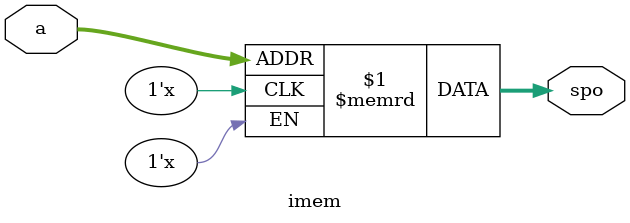
<source format=v>
module imem(
    input [10:0] a,
    output [31:0] spo
    
);
reg [31:0] mem [8096:0];

initial
begin
//   mem[0]=32'h3c1d1001;
//   mem[1]=32'h37bd0004;

end

assign spo=mem[a];

endmodule //imem
</source>
